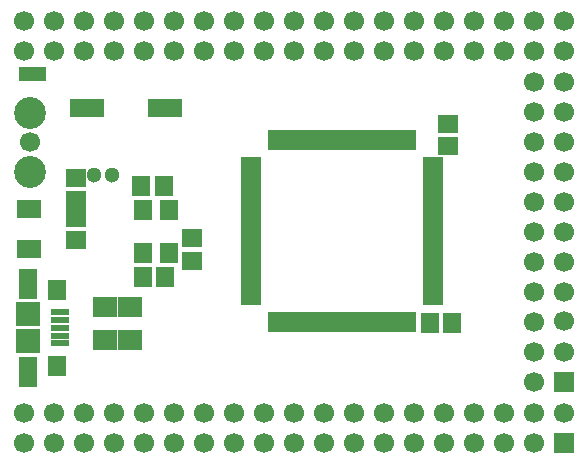
<source format=gbr>
G04 DipTrace 3.2.0.1*
G04 Âåðõíÿÿìàñêà.gbr*
%MOMM*%
G04 #@! TF.FileFunction,Soldermask,Top*
G04 #@! TF.Part,Single*
%AMOUTLINE4*
4,1,5,
-0.04142,0.60004,
0.8,0.6,
0.8,-0.6,
-0.04142,-0.60004,
-0.64145,0.0,
-0.04142,0.60004,
0*%
%AMOUTLINE7*
4,1,5,
1.14138,-0.6,
-0.3,-0.6,
-0.3,0.6,
1.14138,0.6,
0.54142,0.0,
1.14138,-0.6,
0*%
%ADD29R,1.6X1.8*%
%ADD56R,1.5X1.8*%
%ADD58C,1.3*%
%ADD64R,0.5X1.8*%
%ADD66R,1.8X0.5*%
%ADD68R,2.1X2.0*%
%ADD70R,1.5X2.5*%
%ADD73R,1.55X0.6*%
%ADD75C,2.7*%
%ADD77R,1.7X1.7*%
%ADD79C,1.7*%
%ADD80R,2.0X1.6*%
%ADD83R,1.5X1.7*%
%ADD85R,2.0X1.8*%
%ADD87R,1.7X1.5*%
%ADD89R,2.85X1.6*%
%ADD99OUTLINE4*%
%ADD102OUTLINE7*%
%FSLAX35Y35*%
G04*
G71*
G90*
G75*
G01*
G04 TopMask*
%LPD*%
D89*
X2452000Y4124000D3*
X1792000D3*
D87*
X1702000Y3344000D3*
Y3534000D3*
Y3194000D3*
Y3004000D3*
D85*
X1942000Y2444000D3*
Y2164000D3*
X2152000Y2444000D3*
Y2164000D3*
D83*
X2442000Y3464000D3*
X2252000D3*
X2452000Y2694000D3*
X2262000D3*
X4882000Y2304000D3*
X4692000D3*
D87*
X4850000Y3990000D3*
Y3800000D3*
D80*
X1300000Y2930000D3*
Y3270000D3*
D79*
X1259000Y1290000D3*
Y1544000D3*
X1513000Y1290000D3*
Y1544000D3*
X1767000Y1290000D3*
Y1544000D3*
X2021000Y1290000D3*
Y1544000D3*
X2275000Y1290000D3*
Y1544000D3*
X2529000Y1290000D3*
Y1544000D3*
X2783000Y1290000D3*
Y1544000D3*
X3037000Y1290000D3*
Y1544000D3*
X3291000Y1290000D3*
Y1544000D3*
X3545000Y1290000D3*
Y1544000D3*
X3799000Y1290000D3*
Y1544000D3*
X4053000Y1290000D3*
Y1544000D3*
X4307000Y1290000D3*
Y1544000D3*
X4561000Y1290000D3*
Y1544000D3*
X4815000Y1290000D3*
Y1544000D3*
X5069000Y1290000D3*
Y1544000D3*
X5323000Y1290000D3*
Y1544000D3*
X5577000Y1290000D3*
Y1544000D3*
D77*
X5832000Y1290000D3*
D79*
Y1544000D3*
D77*
X5831000Y1808000D3*
D79*
X5577000D3*
X5831000Y2062000D3*
X5577000D3*
Y2316000D3*
X5831000Y2570000D3*
X5577000D3*
X5831000Y2824000D3*
X5577000D3*
X5831000Y3078000D3*
X5577000D3*
X5831000Y3332000D3*
X5577000D3*
X5831000Y3586000D3*
X5577000D3*
X5831000Y3840000D3*
X5577000D3*
X5831000Y4094000D3*
X5577000D3*
X5831000Y4348000D3*
X5577000D3*
X1259003Y4612000D3*
Y4866000D3*
X1513000Y4612000D3*
Y4866000D3*
X1767000Y4612000D3*
Y4866000D3*
X2021003Y4612000D3*
Y4866000D3*
X2275000Y4612000D3*
Y4866000D3*
X2529000Y4612000D3*
Y4866000D3*
X2782997Y4612000D3*
Y4866000D3*
X3037000Y4612000D3*
Y4866000D3*
X3291000Y4612000D3*
Y4866000D3*
X3545000Y4612000D3*
Y4866000D3*
X3799003Y4612000D3*
Y4866000D3*
X4053000Y4612000D3*
Y4866000D3*
X4307000Y4612000D3*
Y4866000D3*
X4561003Y4612000D3*
Y4866000D3*
X4815000Y4612000D3*
Y4866000D3*
X5069000Y4612000D3*
Y4866000D3*
X5323003Y4612000D3*
Y4866000D3*
X5577000Y4612000D3*
Y4866000D3*
X5831000Y4612000D3*
Y4866000D3*
D75*
X1312000Y4084000D3*
Y3580000D3*
D79*
Y3834000D3*
D73*
X1562000Y2394000D3*
Y2329000D3*
Y2264000D3*
Y2199000D3*
Y2134000D3*
D29*
X1539500Y2584000D3*
Y1944000D3*
D70*
X1294500Y2639000D3*
Y1889000D3*
D68*
Y2379000D3*
Y2149000D3*
D99*
X1370000Y4410000D3*
D102*
X1249997D3*
D79*
X5832000Y2322000D3*
D87*
X2682000Y3024000D3*
Y2834000D3*
D66*
X3182000Y3684000D3*
Y3634000D3*
Y3584000D3*
Y3534000D3*
Y3484000D3*
Y3434000D3*
Y3384000D3*
Y3334000D3*
Y3284000D3*
Y3234000D3*
Y3184000D3*
Y3134000D3*
Y3084000D3*
Y3034000D3*
Y2984000D3*
Y2934000D3*
Y2884000D3*
Y2834000D3*
Y2784000D3*
Y2734000D3*
Y2684000D3*
Y2634000D3*
Y2584000D3*
Y2534000D3*
Y2484000D3*
D64*
X3352000Y2314000D3*
X3402000D3*
X3452000D3*
X3502000D3*
X3552000D3*
X3602000D3*
X3652000D3*
X3702000D3*
X3752000D3*
X3802000D3*
X3852000D3*
X3902000D3*
X3952000D3*
X4002000D3*
X4052000D3*
X4102000D3*
X4152000D3*
X4202000D3*
X4252000D3*
X4302000D3*
X4352000D3*
X4402000D3*
X4452000D3*
X4502000D3*
X4552000D3*
D66*
X4722000Y2484000D3*
Y2534000D3*
Y2584000D3*
Y2634000D3*
Y2684000D3*
Y2734000D3*
Y2784000D3*
Y2834000D3*
Y2884000D3*
Y2934000D3*
Y2984000D3*
Y3034000D3*
Y3084000D3*
Y3134000D3*
Y3184000D3*
Y3234000D3*
Y3284000D3*
Y3334000D3*
Y3384000D3*
Y3434000D3*
Y3484000D3*
Y3534000D3*
Y3584000D3*
Y3634000D3*
Y3684000D3*
D64*
X4552000Y3854000D3*
X4502000D3*
X4452000D3*
X4402000D3*
X4352000D3*
X4302000D3*
X4252000D3*
X4202000D3*
X4152000D3*
X4102000D3*
X4052000D3*
X4002000D3*
X3952000D3*
X3902000D3*
X3852000D3*
X3802000D3*
X3752000D3*
X3702000D3*
X3652000D3*
X3602000D3*
X3552000D3*
X3502000D3*
X3452000D3*
X3402000D3*
X3352000D3*
D58*
X2002000Y3554000D3*
X1852000D3*
D56*
X2262000Y3264000D3*
X2482000D3*
Y2894000D3*
X2262000D3*
M02*

</source>
